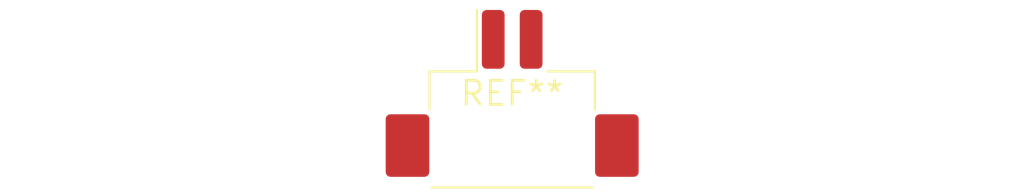
<source format=kicad_pcb>
(kicad_pcb (version 20240108) (generator pcbnew)
  (layers (0 "F.Cu" signal) (31 "B.Cu" signal) (34 "B.Paste" user) (35 "F.Paste" user) (36 "B.SilkS" user "B.Silkscreen") (37 "F.SilkS" user "F.Silkscreen") (38 "B.Mask" user) (39 "F.Mask" user) (44 "Edge.Cuts" user))
  (net 0 "")
  (footprint "Hirose_DF3EA-02P-2H_1x02-1MP_P2.00mm_Horizontal" (layer "F.Cu") (at 0 0)
    (property "Reference" "REF**")
    (property "Value" "Hirose_DF3EA-02P-2H_1x02-1MP_P2.00mm_Horizontal")
    (fp_line (start -4.36 -1.16) (end -1.86 -1.16) (layer "F.SilkS") (stroke (width 0.12)))
    (fp_line (start -4.36 0.84) (end -4.36 -1.16) (layer "F.SilkS") (stroke (width 0.12)))
    (fp_line (start -4.25 4.96) (end 4.25 4.96) (layer "F.SilkS") (stroke (width 0.12)))
    (fp_line (start -1.86 -1.16) (end -1.86 -4.4) (layer "F.SilkS") (stroke (width 0.12)))
    (fp_line (start 4.36 -1.16) (end 1.86 -1.16) (layer "F.SilkS") (stroke (width 0.12)))
    (fp_line (start 4.36 0.84) (end 4.36 -1.16) (layer "F.SilkS") (stroke (width 0.12)))
    (pad "1" smd roundrect (at -1 -2.85) (size 1.2 3.1) (layers "F.Cu" "F.Paste" "F.Mask") (roundrect_rratio 0.208333))
    (pad "2" smd roundrect (at 1 -2.85) (size 1.2 3.1) (layers "F.Cu" "F.Paste" "F.Mask") (roundrect_rratio 0.208333))
    (pad "MP" smd roundrect (at -5.52 2.75) (size 2.3 3.3) (layers "F.Cu" "F.Paste" "F.Mask") (roundrect_rratio 0.108696))
    (pad "MP" smd roundrect (at 5.52 2.75) (size 2.3 3.3) (layers "F.Cu" "F.Paste" "F.Mask") (roundrect_rratio 0.108696))
  )
)
</source>
